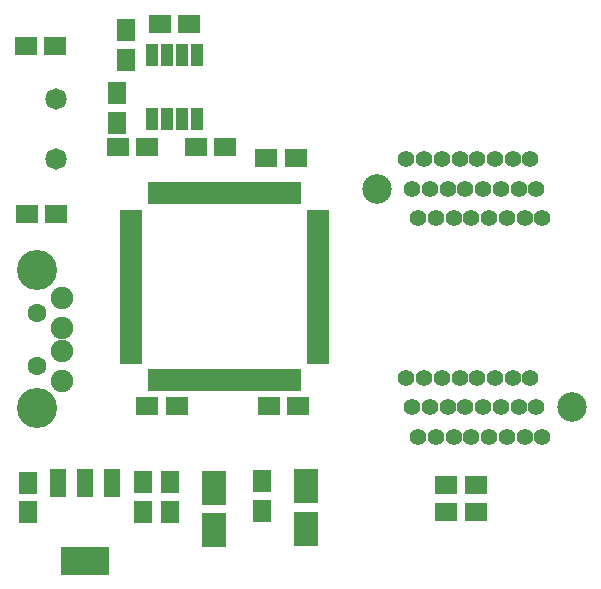
<source format=gts>
G04 #@! TF.FileFunction,Soldermask,Top*
%FSLAX46Y46*%
G04 Gerber Fmt 4.6, Leading zero omitted, Abs format (unit mm)*
G04 Created by KiCad (PCBNEW (2015-11-24 BZR 6329)-product) date Sat 24 Sep 2016 10:27:19 AM EDT*
%MOMM*%
G01*
G04 APERTURE LIST*
%ADD10C,0.100000*%
%ADD11R,1.900000X1.650000*%
%ADD12C,1.400000*%
%ADD13C,2.500000*%
%ADD14R,1.650000X1.900000*%
%ADD15C,1.901140*%
%ADD16C,3.399740*%
%ADD17C,1.600000*%
%ADD18R,4.057600X2.432000*%
%ADD19R,1.416000X2.432000*%
%ADD20R,1.900000X1.000000*%
%ADD21R,1.000000X1.900000*%
%ADD22C,1.822400*%
%ADD23R,2.000200X3.000960*%
%ADD24R,1.000000X1.950000*%
G04 APERTURE END LIST*
D10*
D11*
X197250000Y-118100000D03*
X199750000Y-118100000D03*
D12*
X193900000Y-106700000D03*
X194400000Y-109200000D03*
X194900000Y-111700000D03*
X195400000Y-106700000D03*
X195900000Y-109200000D03*
X196400000Y-111700000D03*
X196900000Y-106700000D03*
X197400000Y-109200000D03*
X197900000Y-111700000D03*
X198400000Y-106700000D03*
X198900000Y-109200000D03*
X199400000Y-111700000D03*
X199900000Y-106700000D03*
X200400000Y-109200000D03*
X200900000Y-111700000D03*
X201400000Y-106700000D03*
X201900000Y-109200000D03*
X202400000Y-111700000D03*
X202900000Y-106700000D03*
X203400000Y-109200000D03*
X203900000Y-111700000D03*
X204400000Y-106700000D03*
X204900000Y-109200000D03*
X205400000Y-111700000D03*
X205400000Y-93200000D03*
X204900000Y-90700000D03*
X204400000Y-88200000D03*
X203900000Y-93200000D03*
X203400000Y-90700000D03*
X202900000Y-88200000D03*
X202400000Y-93200000D03*
X201900000Y-90700000D03*
X201400000Y-88200000D03*
X200900000Y-93200000D03*
X200400000Y-90700000D03*
X199900000Y-88200000D03*
X199400000Y-93200000D03*
X198900000Y-90700000D03*
X198400000Y-88200000D03*
X197900000Y-93200000D03*
X197400000Y-90700000D03*
X196900000Y-88200000D03*
X196400000Y-93200000D03*
X195900000Y-90700000D03*
X195400000Y-88200000D03*
X194900000Y-93200000D03*
X194400000Y-90700000D03*
X193900000Y-88200000D03*
D13*
X191400000Y-90700000D03*
X207900000Y-109200000D03*
D11*
X172994000Y-76740000D03*
X175494000Y-76740000D03*
D14*
X161864000Y-115598000D03*
X161864000Y-118098000D03*
X171600000Y-115550000D03*
X171600000Y-118050000D03*
D11*
X164150000Y-78600000D03*
X161650000Y-78600000D03*
X182050000Y-88100000D03*
X184550000Y-88100000D03*
X164250000Y-92800000D03*
X161750000Y-92800000D03*
X174450000Y-109100000D03*
X171950000Y-109100000D03*
X182250000Y-109100000D03*
X184750000Y-109100000D03*
X197250000Y-115800000D03*
X199750000Y-115800000D03*
D14*
X173900000Y-118050000D03*
X173900000Y-115550000D03*
X181700000Y-117950000D03*
X181700000Y-115450000D03*
D15*
X164700000Y-99950000D03*
X164700000Y-102450000D03*
X164700000Y-104460000D03*
X164700000Y-106950000D03*
D16*
X162600000Y-97600000D03*
X162600000Y-109300000D03*
D17*
X162600000Y-101200000D03*
X162600000Y-105700000D03*
D11*
X178542000Y-87154000D03*
X176042000Y-87154000D03*
D14*
X170180000Y-79768000D03*
X170180000Y-77268000D03*
D11*
X169438000Y-87154000D03*
X171938000Y-87154000D03*
D14*
X169418000Y-85102000D03*
X169418000Y-82602000D03*
D18*
X166690000Y-122182000D03*
D19*
X166690000Y-115578000D03*
X164404000Y-115578000D03*
X168976000Y-115578000D03*
D20*
X170600000Y-93000000D03*
X170600000Y-93800000D03*
X170600000Y-94600000D03*
X170600000Y-95400000D03*
X170600000Y-96200000D03*
X170600000Y-97000000D03*
X170600000Y-97800000D03*
X170600000Y-98600000D03*
X170600000Y-99400000D03*
X170600000Y-100200000D03*
X170600000Y-101000000D03*
X170600000Y-101800000D03*
X170600000Y-102600000D03*
X170600000Y-103400000D03*
X170600000Y-104200000D03*
X170600000Y-105000000D03*
D21*
X172500000Y-106900000D03*
X173300000Y-106900000D03*
X174100000Y-106900000D03*
X174900000Y-106900000D03*
X175700000Y-106900000D03*
X176500000Y-106900000D03*
X177300000Y-106900000D03*
X178100000Y-106900000D03*
X178900000Y-106900000D03*
X179700000Y-106900000D03*
X180500000Y-106900000D03*
X181300000Y-106900000D03*
X182100000Y-106900000D03*
X182900000Y-106900000D03*
X183700000Y-106900000D03*
X184500000Y-106900000D03*
D20*
X186400000Y-105000000D03*
X186400000Y-104200000D03*
X186400000Y-103400000D03*
X186400000Y-102600000D03*
X186400000Y-101800000D03*
X186400000Y-101000000D03*
X186400000Y-100200000D03*
X186400000Y-99400000D03*
X186400000Y-98600000D03*
X186400000Y-97800000D03*
X186400000Y-97000000D03*
X186400000Y-96200000D03*
X186400000Y-95400000D03*
X186400000Y-94600000D03*
X186400000Y-93800000D03*
X186400000Y-93000000D03*
D21*
X184500000Y-91100000D03*
X183700000Y-91100000D03*
X182900000Y-91100000D03*
X182100000Y-91100000D03*
X181300000Y-91100000D03*
X180500000Y-91100000D03*
X179700000Y-91100000D03*
X178900000Y-91100000D03*
X178100000Y-91100000D03*
X177300000Y-91100000D03*
X176500000Y-91100000D03*
X175700000Y-91100000D03*
X174900000Y-91100000D03*
X174100000Y-91100000D03*
X173300000Y-91100000D03*
X172500000Y-91100000D03*
D22*
X164200000Y-83100000D03*
X164200000Y-88180000D03*
D23*
X185400000Y-115899140D03*
X185400000Y-119500860D03*
X177600000Y-115999140D03*
X177600000Y-119600860D03*
D24*
X172339000Y-84774000D03*
X173609000Y-84774000D03*
X174879000Y-84774000D03*
X176149000Y-84774000D03*
X176149000Y-79374000D03*
X174879000Y-79374000D03*
X173609000Y-79374000D03*
X172339000Y-79374000D03*
M02*

</source>
